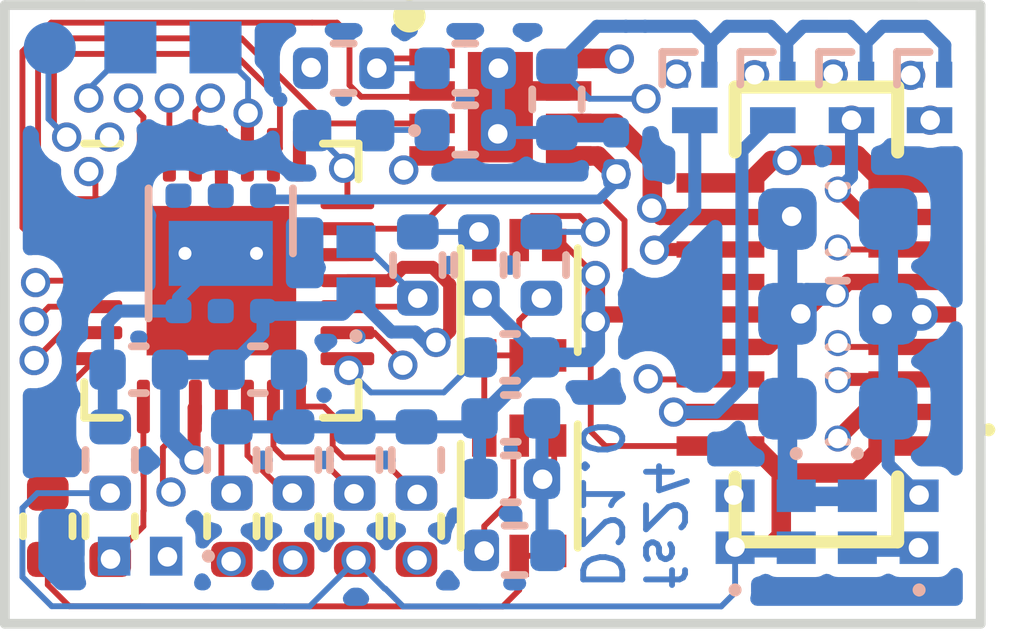
<source format=kicad_pcb>
(kicad_pcb (version 20171130) (host pcbnew "(5.1.12)-1")
  (title_block (title "RTB D21 Next18 Decoder") (date 2024-11-15) (rev 0) (company "Frank Schumacher") (comment 1 "Lok Decoder Next18") (comment 2 D21.0) (comment 4 "Licensed under the Apache License, Version 2"))
  (layers (0 F.Cu signal) (1 In1.Cu signal hide) (2 In2.Cu signal hide) (3 In3.Cu signal hide) (4 In4.Cu signal hide) (31 B.Cu signal) (34 B.Paste user hide) (35 F.Paste user hide) (36 B.SilkS user) (37 F.SilkS user) (38 B.Mask user hide) (39 F.Mask user hide) (44 Edge.Cuts user))
  (net 0 "")
  (net 1 GND)
  (net 2 +3V3)
  (net 3 DCC-b)
  (net 4 DCC-a)
  (net 5 RCM.tx)
  (net 6 UDCC-a)
  (net 7 UDCC-b)
  (net 8 ISENS)
  (net 9 PWM2)
  (net 10 PWM1)
  (net 11 M1)
  (net 12 M2)
  (net 13 uSENS2)
  (net 14 uSENS1)
  (net 15 "Net-(Q1-Pad5)")
  (net 16 VHBR)
  (net 17 "Net-(Q2-Pad5)")
  (net 18 UPDI)
  (net 19 Lr)
  (net 20 Lf)
  (net 21 F0r)
  (net 22 F0f)
  (net 23 Vref)
  (net 24 LED.hbt)
  (net 25 "Net-(IC3-Pad1)")
  (net 26 "Net-(Q1-Pad1)")
  (net 27 "Net-(Q2-Pad2)")
  (net 28 "Net-(D1-Pad1)")
  (net 29 AUX1)
  (net 30 AUX2)
  (net 31 P2)
  (net 32 P1)
  (net 33 aSENSE)
  (net 34 AUX3)
  (net 35 AUX4)
  (net 36 AUX6)
  (net 37 AUX5)
  (net 38 DCC-b')
  (net 39 DCC-a')
  (module RTB:SON50P200X200X80-9N (layer F.Cu) (at 60.12 -47.37)
    (fp_text reference IC3)
    (fp_text value DRV8231ADSGR hide)
    (pad 9 smd rect (at 0 0) (size 1 1.7) (layers F.Cu F.Paste F.Mask) (net 1 GND))
    (pad 8 smd rect (at 1.05 -0.75 90) (size 0.3 0.7) (layers F.Cu F.Paste F.Mask) (net 12 M2))
    (pad 7 smd rect (at 1.05 -0.25 90) (size 0.3 0.7) (layers F.Cu F.Paste F.Mask) (net 1 GND))
    (pad 6 smd rect (at 1.05 0.25 90) (size 0.3 0.7) (layers F.Cu F.Paste F.Mask) (net 11 M1))
    (pad 5 smd rect (at 1.05 0.75 90) (size 0.3 0.7) (layers F.Cu F.Paste F.Mask) (net 16 VHBR))
    (pad 4 smd rect (at -1.05 0.75 90) (size 0.3 0.7) (layers F.Cu F.Paste F.Mask) (net 23 Vref))
    (pad 3 smd rect (at -1.05 0.25 90) (size 0.3 0.7) (layers F.Cu F.Paste F.Mask) (net 10 PWM1))
    (pad 2 smd rect (at -1.05 -0.25 90) (size 0.3 0.7) (layers F.Cu F.Paste F.Mask) (net 9 PWM2))
    (pad 1 smd rect (at -1.05 -0.75 90) (size 0.3 0.7) (layers F.Cu F.Paste F.Mask) (net 25 "Net-(IC3-Pad1)"))
  )
  (module RTB:SM5819L2TP (layer B.Cu) (at 54.58 -40.46 180)
    (fp_text reference D7)
    (fp_text value SM5819L2-TP)
    (pad 2 smd rect (at 0.4 0 180) (size 0.5 0.6) (layers B.Cu B.Paste B.Mask) (net 39 DCC-a'))
    (pad 1 smd rect (at -0.4 0 180) (size 0.5 0.6) (layers B.Cu B.Paste B.Mask) (net 2 +3V3))
  )
  (module RTB:SM5819L2TP (layer B.Cu) (at 57.9 -44.9 90)
    (fp_text reference D6)
    (fp_text value SM5819L2-TP)
    (pad 2 smd rect (at 0.4 0 90) (size 0.5 0.6) (layers B.Cu B.Paste B.Mask) (net 38 DCC-b'))
    (pad 1 smd rect (at -0.4 0 90) (size 0.5 0.6) (layers B.Cu B.Paste B.Mask) (net 2 +3V3))
  )
  (module Package_DFN_QFN:QFN-28-1EP_4x4mm_P0.4mm_EP2.3x2.3mm (layer F.Cu) (at 55.83 -44.7)
    (fp_text reference IC1 hide)
    (fp_text value AVR64DD28-I_STX)
    (pad 29 smd rect (at 0 0) (size 2.3 2.3) (layers F.Cu F.Mask) (net 1 GND))
    (pad 28 smd roundrect (at -1.2 -1.9375) (size 0.2 0.825) (layers F.Cu F.Paste F.Mask) (net 22 F0f))
    (pad 27 smd roundrect (at -0.8 -1.9375) (size 0.2 0.825) (layers F.Cu F.Paste F.Mask) (net 21 F0r))
    (pad 26 smd roundrect (at -0.4 -1.9375) (size 0.2 0.825) (layers F.Cu F.Paste F.Mask) (net 30 AUX2))
    (pad 25 smd roundrect (at 0 -1.9375) (size 0.2 0.825) (layers F.Cu F.Paste F.Mask) (net 1 GND))
    (pad 24 smd roundrect (at 0.4 -1.9375) (size 0.2 0.825) (layers F.Cu F.Paste F.Mask) (net 2 +3V3))
    (pad 23 smd roundrect (at 0.8 -1.9375) (size 0.2 0.825) (layers F.Cu F.Paste F.Mask) (net 18 UPDI))
    (pad 22 smd roundrect (at 1.2 -1.9375) (size 0.2 0.825) (layers F.Cu F.Paste F.Mask))
    (pad 21 smd roundrect (at 1.9375 -1.2) (size 0.825 0.2) (layers F.Cu F.Paste F.Mask) (net 24 LED.hbt))
    (pad 20 smd roundrect (at 1.9375 -0.8) (size 0.825 0.2) (layers F.Cu F.Paste F.Mask) (net 35 AUX4))
    (pad 19 smd roundrect (at 1.9375 -0.4) (size 0.825 0.2) (layers F.Cu F.Paste F.Mask) (net 1 GND))
    (pad 18 smd roundrect (at 1.9375 0) (size 0.825 0.2) (layers F.Cu F.Paste F.Mask) (net 2 +3V3))
    (pad 17 smd roundrect (at 1.9375 0.4) (size 0.825 0.2) (layers F.Cu F.Paste F.Mask) (net 38 DCC-b'))
    (pad 16 smd roundrect (at 1.9375 0.8) (size 0.825 0.2) (layers F.Cu F.Paste F.Mask) (net 23 Vref))
    (pad 15 smd roundrect (at 1.9375 1.2) (size 0.825 0.2) (layers F.Cu F.Paste F.Mask) (net 8 ISENS))
    (pad 14 smd roundrect (at 1.2 1.9375) (size 0.2 0.825) (layers F.Cu F.Paste F.Mask) (net 7 UDCC-b))
    (pad 13 smd roundrect (at 0.8 1.9375) (size 0.2 0.825) (layers F.Cu F.Paste F.Mask) (net 6 UDCC-a))
    (pad 12 smd roundrect (at 0.4 1.9375) (size 0.2 0.825) (layers F.Cu F.Paste F.Mask) (net 14 uSENS1))
    (pad 11 smd roundrect (at 0 1.9375) (size 0.2 0.825) (layers F.Cu F.Paste F.Mask) (net 13 uSENS2))
    (pad 10 smd roundrect (at -0.4 1.9375) (size 0.2 0.825) (layers F.Cu F.Paste F.Mask) (net 2 +3V3))
    (pad 9 smd roundrect (at -0.8 1.9375) (size 0.2 0.825) (layers F.Cu F.Paste F.Mask) (net 33 aSENSE))
    (pad 8 smd roundrect (at -1.2 1.9375) (size 0.2 0.825) (layers F.Cu F.Paste F.Mask) (net 39 DCC-a'))
    (pad 7 smd roundrect (at -1.9375 1.2) (size 0.825 0.2) (layers F.Cu F.Paste F.Mask) (net 5 RCM.tx))
    (pad 6 smd roundrect (at -1.9375 0.8) (size 0.825 0.2) (layers F.Cu F.Paste F.Mask) (net 37 AUX5))
    (pad 5 smd roundrect (at -1.9375 0.4) (size 0.825 0.2) (layers F.Cu F.Paste F.Mask) (net 34 AUX3))
    (pad 4 smd roundrect (at -1.9375 0) (size 0.825 0.2) (layers F.Cu F.Paste F.Mask) (net 36 AUX6))
    (pad 3 smd roundrect (at -1.9375 -0.4) (size 0.825 0.2) (layers F.Cu F.Paste F.Mask) (net 9 PWM2))
    (pad 2 smd roundrect (at -1.9375 -0.8) (size 0.825 0.2) (layers F.Cu F.Paste F.Mask) (net 10 PWM1))
    (pad 1 smd roundrect (at -1.9375 -1.2) (size 0.825 0.2) (layers F.Cu F.Paste F.Mask) (net 29 AUX1))
  )
  (module Capacitor_SMD:C_0201_0603Metric (layer B.Cu) (at 61.9 -46.66 90)
    (fp_text reference C10)
    (fp_text value 100n)
    (pad 2 smd roundrect (at 0.32 0 90) (size 0.46 0.4) (layers B.Cu B.Mask) (net 1 GND))
    (pad 1 smd roundrect (at -0.32 0 90) (size 0.46 0.4) (layers B.Cu B.Mask) (net 16 VHBR))
  )
  (module RTB:DummyNet-Connector (layer B.Cu) (at 55.74 -48.29)
    (fp_text reference J1 hide)
    (fp_text value Conn_01x01 hide)
    (pad 1 smd rect (at 0 0) (size 0.8 0.8) (layers B.Cu B.Mask) (net 2 +3V3))
  )
  (module RTB:AXK6F16347YG (layer F.Cu) (at 64.98 -44.18 90)
    (fp_text reference J10)
    (fp_text value Conn_02x09_Counter_Clockwise)
    (pad 11 smd rect (at 1.5 -1.475 90) (size 0.25 1.35) (layers F.Cu F.Paste F.Mask) (net 11 M1))
    (pad 8 smd rect (at 1.5 1.475 90) (size 0.25 1.35) (layers F.Cu F.Paste F.Mask) (net 20 Lf))
    (pad 10 smd rect (at 2.025 -1.475 90) (size 0.3 1.35) (layers F.Cu F.Paste F.Mask) (net 3 DCC-b))
    (pad 9 smd rect (at 2.025 1.475 90) (size 0.3 1.35) (layers F.Cu F.Paste F.Mask) (net 3 DCC-b))
    (pad 12 smd rect (at 1 -1.475 90) (size 0.25 1.35) (layers F.Cu F.Paste F.Mask) (net 31 P2))
    (pad 7 smd rect (at 1 1.475 90) (size 0.25 1.35) (layers F.Cu F.Paste F.Mask) (net 36 AUX6))
    (pad 13 smd rect (at 0.5 -1.475 90) (size 0.25 1.35) (layers F.Cu F.Paste F.Mask) (net 35 AUX4))
    (pad 6 smd rect (at 0.5 1.475 90) (size 0.25 1.35) (layers F.Cu F.Paste F.Mask) (net 16 VHBR))
    (pad 14 smd rect (at 0 -1.475 90) (size 0.25 1.35) (layers F.Cu F.Paste F.Mask) (net 1 GND))
    (pad 5 smd rect (at 0 1.475 90) (size 0.25 1.35) (layers F.Cu F.Paste F.Mask) (net 1 GND))
    (pad 15 smd rect (at -0.5 -1.475 90) (size 0.25 1.35) (layers F.Cu F.Paste F.Mask) (net 16 VHBR))
    (pad 4 smd rect (at -0.5 1.475 90) (size 0.25 1.35) (layers F.Cu F.Paste F.Mask) (net 34 AUX3))
    (pad 16 smd rect (at -1 -1.475 90) (size 0.25 1.35) (layers F.Cu F.Paste F.Mask) (net 37 AUX5))
    (pad 3 smd rect (at -1 1.475 90) (size 0.25 1.35) (layers F.Cu F.Paste F.Mask) (net 32 P1))
    (pad 17 smd rect (at -1.5 -1.475 90) (size 0.25 1.35) (layers F.Cu F.Paste F.Mask) (net 19 Lr))
    (pad 2 smd rect (at -1.5 1.475 90) (size 0.25 1.35) (layers F.Cu F.Paste F.Mask) (net 12 M2))
    (pad 18 smd rect (at -2.025 -1.475 90) (size 0.3 1.35) (layers F.Cu F.Paste F.Mask) (net 4 DCC-a))
    (pad 1 smd rect (at -2.025 1.475 90) (size 0.3 1.35) (layers F.Cu F.Paste F.Mask) (net 4 DCC-a))
  )
  (module Capacitor_SMD:C_0603_1608Metric (layer B.Cu) (at 65.31 -42.73)
    (fp_text reference C7 hide)
    (fp_text value 22u/25V)
    (pad 2 smd roundrect (at 0.775 0) (size 0.9 0.95) (layers B.Cu B.Paste B.Mask) (net 1 GND))
    (pad 1 smd roundrect (at -0.775 0) (size 0.9 0.95) (layers B.Cu B.Paste B.Mask) (net 16 VHBR))
  )
  (module RTB:SM5819L2TP (layer B.Cu) (at 65.61 -40.99 270)
    (fp_text reference D3)
    (fp_text value SM5819L2-TP)
    (pad 2 smd rect (at 0.4 0 270) (size 0.5 0.6) (layers B.Cu B.Paste B.Mask) (net 3 DCC-b))
    (pad 1 smd rect (at -0.4 0 270) (size 0.5 0.6) (layers B.Cu B.Paste B.Mask) (net 16 VHBR))
  )
  (module RTB:SM5819L2TP (layer B.Cu) (at 64.67 -40.99 270)
    (fp_text reference D4)
    (fp_text value SM5819L2-TP)
    (pad 2 smd rect (at 0.4 0 270) (size 0.5 0.6) (layers B.Cu B.Paste B.Mask) (net 4 DCC-a))
    (pad 1 smd rect (at -0.4 0 270) (size 0.5 0.6) (layers B.Cu B.Paste B.Mask) (net 16 VHBR))
  )
  (module RTB:SM5819L2TP (layer B.Cu) (at 63.73 -40.99 90)
    (fp_text reference D5)
    (fp_text value SM5819L2-TP)
    (pad 2 smd rect (at 0.4 0 90) (size 0.5 0.6) (layers B.Cu B.Paste B.Mask) (net 1 GND))
    (pad 1 smd rect (at -0.4 0 90) (size 0.5 0.6) (layers B.Cu B.Paste B.Mask) (net 4 DCC-a))
  )
  (module RTB:SM5819L2TP (layer B.Cu) (at 66.56 -40.99 90)
    (fp_text reference D2)
    (fp_text value SM5819L2-TP)
    (pad 2 smd rect (at 0.4 0 90) (size 0.5 0.6) (layers B.Cu B.Paste B.Mask) (net 1 GND))
    (pad 1 smd rect (at -0.4 0 90) (size 0.5 0.6) (layers B.Cu B.Paste B.Mask) (net 3 DCC-b))
  )
  (module Capacitor_SMD:C_0603_1608Metric (layer B.Cu) (at 65.31 -44.19)
    (fp_text reference C4 hide)
    (fp_text value 22u/25V)
    (pad 2 smd roundrect (at 0.775 0) (size 0.9 0.95) (layers B.Cu B.Paste B.Mask) (net 1 GND))
    (pad 1 smd roundrect (at -0.775 0) (size 0.9 0.95) (layers B.Cu B.Paste B.Mask) (net 16 VHBR))
  )
  (module Resistor_SMD:R_0402_1005Metric (layer B.Cu) (at 59.58 -47.02)
    (fp_text reference R3 hide)
    (fp_text value 3.3k)
    (pad 2 smd roundrect (at 0.51 0) (size 0.54 0.64) (layers B.Cu B.Paste B.Mask) (net 1 GND))
    (pad 1 smd roundrect (at -0.51 0) (size 0.54 0.64) (layers B.Cu B.Paste B.Mask) (net 28 "Net-(D1-Pad1)"))
  )
  (module Capacitor_SMD:C_0402_1005Metric (layer B.Cu) (at 54.56 -43.33 180)
    (fp_text reference C9 hide)
    (fp_text value 22u/6V)
    (pad 2 smd roundrect (at 0.48 0 180) (size 0.56 0.62) (layers B.Cu B.Paste B.Mask) (net 1 GND))
    (pad 1 smd roundrect (at -0.48 0 180) (size 0.56 0.62) (layers B.Cu B.Paste B.Mask) (net 2 +3V3))
  )
  (module Capacitor_SMD:C_0402_1005Metric (layer B.Cu) (at 56.39 -43.33)
    (fp_text reference C8 hide)
    (fp_text value 22u/6V)
    (pad 1 smd roundrect (at -0.48 0) (size 0.56 0.62) (layers B.Cu B.Paste B.Mask) (net 2 +3V3))
    (pad 2 smd roundrect (at 0.48 0) (size 0.56 0.62) (layers B.Cu B.Paste B.Mask) (net 1 GND))
  )
  (module Capacitor_SMD:C_0402_1005Metric (layer B.Cu) (at 60.28 -42.58 180)
    (fp_text reference C5 hide)
    (fp_text value 22u/6V)
    (pad 2 smd roundrect (at 0.48 0 180) (size 0.56 0.62) (layers B.Cu B.Paste B.Mask) (net 1 GND))
    (pad 1 smd roundrect (at -0.48 0 180) (size 0.56 0.62) (layers B.Cu B.Paste B.Mask) (net 2 +3V3))
  )
  (module Capacitor_SMD:C_0402_1005Metric (layer B.Cu) (at 60.28 -41.65 180)
    (fp_text reference C1 hide)
    (fp_text value 22u/6V)
    (pad 2 smd roundrect (at 0.48 0 180) (size 0.56 0.62) (layers B.Cu B.Paste B.Mask) (net 1 GND))
    (pad 1 smd roundrect (at -0.48 0 180) (size 0.56 0.62) (layers B.Cu B.Paste B.Mask) (net 2 +3V3))
  )
  (module RTB:DummyNet-Connector (layer B.Cu) (at 54.43 -48.29)
    (fp_text reference J3 hide)
    (fp_text value Conn_01x01 hide)
    (pad 1 smd rect (at 0 0) (size 0.8 0.8) (layers B.Cu B.Mask) (net 1 GND))
  )
  (module Resistor_SMD:R_0402_1005Metric (layer B.Cu) (at 60.99 -47.49 90)
    (fp_text reference R19 hide)
    (fp_text value 1)
    (pad 2 smd roundrect (at 0.51 0 90) (size 0.54 0.64) (layers B.Cu B.Paste B.Mask) (net 33 aSENSE))
    (pad 1 smd roundrect (at -0.51 0 90) (size 0.54 0.64) (layers B.Cu B.Paste B.Mask) (net 1 GND))
  )
  (module Package_DFN_QFN:Diodes_DFN1006-3 (layer B.Cu) (at 66.72 -47.52 270)
    (fp_text reference Q6 hide)
    (fp_text value PMZB200UNEYL)
    (pad 1 smd rect (at -0.35 0.225) (size 0.25 0.4) (layers B.Cu B.Paste B.Mask) (net 29 AUX1))
    (pad 2 smd rect (at -0.35 -0.225) (size 0.25 0.4) (layers B.Cu B.Paste B.Mask) (net 33 aSENSE))
    (pad 3 smd rect (at 0.35 0) (size 0.7 0.4) (layers B.Cu B.Paste B.Mask) (net 32 P1))
  )
  (module Package_DFN_QFN:Diodes_DFN1006-3 (layer B.Cu) (at 63.11 -47.52 270)
    (fp_text reference Q4 hide)
    (fp_text value PMZB200UNEYL)
    (pad 1 smd rect (at -0.35 0.225) (size 0.25 0.4) (layers B.Cu B.Paste B.Mask) (net 30 AUX2))
    (pad 2 smd rect (at -0.35 -0.225) (size 0.25 0.4) (layers B.Cu B.Paste B.Mask) (net 33 aSENSE))
    (pad 3 smd rect (at 0.35 0) (size 0.7 0.4) (layers B.Cu B.Paste B.Mask) (net 31 P2))
  )
  (module Package_TO_SOT_SMD:SOT-666 (layer F.Cu) (at 60.41 -41.39 270)
    (fp_text reference Q2 hide)
    (fp_text value BC857BDW1 hide)
    (pad 1 smd rect (at -0.85 -0.5375 270) (size 0.5 0.375) (layers F.Cu F.Paste F.Mask) (net 2 +3V3))
    (pad 3 smd rect (at -0.85 0.5375 270) (size 0.5 0.375) (layers F.Cu F.Paste F.Mask) (net 26 "Net-(Q1-Pad1)"))
    (pad 5 smd rect (at 0.925 0 270) (size 0.65 0.3) (layers F.Cu F.Paste F.Mask) (net 17 "Net-(Q2-Pad5)"))
    (pad 2 smd rect (at -0.925 0 270) (size 0.65 0.3) (layers F.Cu F.Paste F.Mask) (net 27 "Net-(Q2-Pad2)"))
    (pad 4 smd rect (at 0.85 0.5375 270) (size 0.5 0.375) (layers F.Cu F.Paste F.Mask) (net 27 "Net-(Q2-Pad2)"))
    (pad 6 smd rect (at 0.85 -0.5375 270) (size 0.5 0.375) (layers F.Cu F.Paste F.Mask) (net 17 "Net-(Q2-Pad5)"))
  )
  (module RTB:DummyNet-Connector (layer B.Cu) (at 53.19 -48.28)
    (fp_text reference J2 hide)
    (fp_text value Conn_01x01 hide)
    (pad 1 smd oval (at 0 0) (size 0.8 0.8) (layers B.Cu B.Mask) (net 18 UPDI))
  )
  (module LED_SMD:LED_0402_1005Metric (layer B.Cu) (at 57.71 -47.01 180)
    (fp_text reference D1 hide)
    (fp_text value LED)
    (pad 2 smd roundrect (at 0.485 0 180) (size 0.59 0.64) (layers B.Cu B.Paste B.Mask) (net 24 LED.hbt))
    (pad 1 smd roundrect (at -0.485 0 180) (size 0.59 0.64) (layers B.Cu B.Paste B.Mask) (net 28 "Net-(D1-Pad1)"))
  )
  (module Package_DFN_QFN:Diodes_DFN1006-3 (layer B.Cu) (at 65.52 -47.52 270)
    (fp_text reference Q3 hide)
    (fp_text value PMZB200UNEYL)
    (pad 1 smd rect (at -0.35 0.225) (size 0.25 0.4) (layers B.Cu B.Paste B.Mask) (net 22 F0f))
    (pad 2 smd rect (at -0.35 -0.225) (size 0.25 0.4) (layers B.Cu B.Paste B.Mask) (net 33 aSENSE))
    (pad 3 smd rect (at 0.35 0) (size 0.7 0.4) (layers B.Cu B.Paste B.Mask) (net 20 Lf))
  )
  (module Package_DFN_QFN:Diodes_DFN1006-3 (layer B.Cu) (at 64.31 -47.52 270)
    (fp_text reference Q5 hide)
    (fp_text value PMZB200UNEYL)
    (pad 1 smd rect (at -0.35 0.225) (size 0.25 0.4) (layers B.Cu B.Paste B.Mask) (net 21 F0r))
    (pad 2 smd rect (at -0.35 -0.225) (size 0.25 0.4) (layers B.Cu B.Paste B.Mask) (net 33 aSENSE))
    (pad 3 smd rect (at 0.35 0) (size 0.7 0.4) (layers B.Cu B.Paste B.Mask) (net 19 Lr))
  )
  (module Capacitor_SMD:C_0603_1608Metric (layer B.Cu) (at 65.31 -45.65)
    (fp_text reference C2 hide)
    (fp_text value 22u/25V)
    (pad 2 smd roundrect (at 0.775 0) (size 0.9 0.95) (layers B.Cu B.Paste B.Mask) (net 1 GND))
    (pad 1 smd roundrect (at -0.775 0) (size 0.9 0.95) (layers B.Cu B.Paste B.Mask) (net 16 VHBR))
  )
  (module Resistor_SMD:R_0402_1005Metric (layer B.Cu) (at 60.34 -40.55 180)
    (fp_text reference R4 hide)
    (fp_text value 22)
    (pad 2 smd roundrect (at 0.51 0 180) (size 0.54 0.64) (layers B.Cu B.Paste B.Mask) (net 27 "Net-(Q2-Pad2)"))
    (pad 1 smd roundrect (at -0.51 0 180) (size 0.54 0.64) (layers B.Cu B.Paste B.Mask) (net 2 +3V3))
  )
  (module Resistor_SMD:R_0402_1005Metric (layer B.Cu) (at 60.75 -44.94 270)
    (fp_text reference R5 hide)
    (fp_text value 10k)
    (pad 2 smd roundrect (at 0.51 0 270) (size 0.54 0.64) (layers B.Cu B.Paste B.Mask) (net 26 "Net-(Q1-Pad1)"))
    (pad 1 smd roundrect (at -0.51 0 270) (size 0.54 0.64) (layers B.Cu B.Paste B.Mask) (net 15 "Net-(Q1-Pad5)"))
  )
  (module Capacitor_SMD:C_0402_1005Metric (layer B.Cu) (at 60.27 -43.52)
    (fp_text reference C6 hide)
    (fp_text value 1u hide)
    (pad 2 smd roundrect (at 0.48 0) (size 0.56 0.62) (layers B.Cu B.Paste B.Mask) (net 1 GND))
    (pad 1 smd roundrect (at -0.48 0) (size 0.56 0.62) (layers B.Cu B.Paste B.Mask) (net 8 ISENS))
  )
  (module Resistor_SMD:R_0402_1005Metric (layer B.Cu) (at 58.83 -41.94 90)
    (fp_text reference R10 hide)
    (fp_text value 9.1k)
    (pad 2 smd roundrect (at 0.51 0 90) (size 0.54 0.64) (layers B.Cu B.Paste B.Mask) (net 1 GND))
    (pad 1 smd roundrect (at -0.51 0 90) (size 0.54 0.64) (layers B.Cu B.Paste B.Mask) (net 7 UDCC-b))
  )
  (module Resistor_SMD:R_0402_1005Metric (layer B.Cu) (at 57.88 -41.94 90)
    (fp_text reference R9 hide)
    (fp_text value 9.1k)
    (pad 2 smd roundrect (at 0.51 0 90) (size 0.54 0.64) (layers B.Cu B.Paste B.Mask) (net 1 GND))
    (pad 1 smd roundrect (at -0.51 0 90) (size 0.54 0.64) (layers B.Cu B.Paste B.Mask) (net 6 UDCC-a))
  )
  (module Resistor_SMD:R_0402_1005Metric (layer B.Cu) (at 55.99 -41.94 270)
    (fp_text reference R16 hide)
    (fp_text value 10k)
    (pad 2 smd roundrect (at 0.51 0 270) (size 0.54 0.64) (layers B.Cu B.Paste B.Mask) (net 13 uSENS2))
    (pad 1 smd roundrect (at -0.51 0 270) (size 0.54 0.64) (layers B.Cu B.Paste B.Mask) (net 1 GND))
  )
  (module Resistor_SMD:R_0402_1005Metric (layer B.Cu) (at 56.94 -41.94 270)
    (fp_text reference R18 hide)
    (fp_text value 10k)
    (pad 2 smd roundrect (at 0.51 0 270) (size 0.54 0.64) (layers B.Cu B.Paste B.Mask) (net 14 uSENS1))
    (pad 1 smd roundrect (at -0.51 0 270) (size 0.54 0.64) (layers B.Cu B.Paste B.Mask) (net 1 GND))
  )
  (module Resistor_SMD:R_0402_1005Metric (layer B.Cu) (at 59.79 -44.94 90)
    (fp_text reference R12 hide)
    (fp_text value 10k)
    (pad 2 smd roundrect (at 0.51 0 90) (size 0.54 0.64) (layers B.Cu B.Paste B.Mask) (net 3 DCC-b))
    (pad 1 smd roundrect (at -0.51 0 90) (size 0.54 0.64) (layers B.Cu B.Paste B.Mask) (net 1 GND))
  )
  (module Resistor_SMD:R_0402_1005Metric (layer B.Cu) (at 54.12 -41.94 270)
    (fp_text reference R11 hide)
    (fp_text value 10k)
    (pad 2 smd roundrect (at 0.51 0 270) (size 0.54 0.64) (layers B.Cu B.Paste B.Mask) (net 4 DCC-a))
    (pad 1 smd roundrect (at -0.51 0 270) (size 0.54 0.64) (layers B.Cu B.Paste B.Mask) (net 1 GND))
  )
  (module Resistor_SMD:R_0402_1005Metric (layer F.Cu) (at 54.12 -40.92 270)
    (fp_text reference R1 hide)
    (fp_text value 33k)
    (pad 2 smd roundrect (at 0.51 0 270) (size 0.54 0.64) (layers F.Cu F.Paste F.Mask) (net 39 DCC-a'))
    (pad 1 smd roundrect (at -0.51 0 270) (size 0.54 0.64) (layers F.Cu F.Paste F.Mask) (net 4 DCC-a))
  )
  (module Resistor_SMD:R_0402_1005Metric (layer B.Cu) (at 58.85 -44.94 270)
    (fp_text reference R2 hide)
    (fp_text value 33k)
    (pad 2 smd roundrect (at 0.51 0 270) (size 0.54 0.64) (layers B.Cu B.Paste B.Mask) (net 38 DCC-b'))
    (pad 1 smd roundrect (at -0.51 0 270) (size 0.54 0.64) (layers B.Cu B.Paste B.Mask) (net 3 DCC-b))
  )
  (module Resistor_SMD:R_0402_1005Metric (layer F.Cu) (at 56.94 -40.92 270)
    (fp_text reference R17 hide)
    (fp_text value 33k)
    (pad 2 smd roundrect (at 0.51 0 270) (size 0.54 0.64) (layers F.Cu F.Paste F.Mask) (net 11 M1))
    (pad 1 smd roundrect (at -0.51 0 270) (size 0.54 0.64) (layers F.Cu F.Paste F.Mask) (net 14 uSENS1))
  )
  (module Resistor_SMD:R_0402_1005Metric (layer F.Cu) (at 55.99 -40.92 270)
    (fp_text reference R15 hide)
    (fp_text value 33k)
    (pad 2 smd roundrect (at 0.51 0 270) (size 0.54 0.64) (layers F.Cu F.Paste F.Mask) (net 12 M2))
    (pad 1 smd roundrect (at -0.51 0 270) (size 0.54 0.64) (layers F.Cu F.Paste F.Mask) (net 13 uSENS2))
  )
  (module Resistor_SMD:R_0402_1005Metric (layer F.Cu) (at 57.88 -40.92 90)
    (fp_text reference R7 hide)
    (fp_text value 220k)
    (pad 2 smd roundrect (at 0.51 0 90) (size 0.54 0.64) (layers F.Cu F.Paste F.Mask) (net 6 UDCC-a))
    (pad 1 smd roundrect (at -0.51 0 90) (size 0.54 0.64) (layers F.Cu F.Paste F.Mask) (net 4 DCC-a))
  )
  (module Resistor_SMD:R_0402_1005Metric (layer F.Cu) (at 58.83 -40.92 90)
    (fp_text reference R8 hide)
    (fp_text value 220k)
    (pad 2 smd roundrect (at 0.51 0 90) (size 0.54 0.64) (layers F.Cu F.Paste F.Mask) (net 7 UDCC-b))
    (pad 1 smd roundrect (at -0.51 0 90) (size 0.54 0.64) (layers F.Cu F.Paste F.Mask) (net 3 DCC-b))
  )
  (module Resistor_SMD:R_0402_1005Metric (layer F.Cu) (at 53.16 -40.92 270)
    (fp_text reference R6 hide)
    (fp_text value 10k)
    (pad 2 smd roundrect (at 0.51 0 270) (size 0.54 0.64) (layers F.Cu F.Paste F.Mask) (net 17 "Net-(Q2-Pad5)"))
    (pad 1 smd roundrect (at -0.51 0 270) (size 0.54 0.64) (layers F.Cu F.Paste F.Mask) (net 5 RCM.tx))
  )
  (module Resistor_SMD:R_0402_1005Metric (layer B.Cu) (at 57.71 -47.97 180)
    (fp_text reference R14 hide)
    (fp_text value 220k)
    (pad 2 smd roundrect (at 0.51 0 180) (size 0.54 0.64) (layers B.Cu B.Paste B.Mask) (net 8 ISENS))
    (pad 1 smd roundrect (at -0.51 0 180) (size 0.54 0.64) (layers B.Cu B.Paste B.Mask) (net 25 "Net-(IC3-Pad1)"))
  )
  (module Resistor_SMD:R_0402_1005Metric (layer B.Cu) (at 59.58 -47.97 180)
    (fp_text reference R13 hide)
    (fp_text value 3.3k)
    (pad 2 smd roundrect (at 0.51 0 180) (size 0.54 0.64) (layers B.Cu B.Paste B.Mask) (net 25 "Net-(IC3-Pad1)"))
    (pad 1 smd roundrect (at -0.51 0 180) (size 0.54 0.64) (layers B.Cu B.Paste B.Mask) (net 1 GND))
  )
  (module Package_SON:WSON-6-1EP_2x2mm_P0.65mm_EP1x1.6mm_ThermalVias (layer B.Cu) (at 55.82 -45.12 90)
    (fp_text reference IC2 hide)
    (fp_text value NCP730BM)
    (pad 1 smd roundrect (at -0.8875 0.65 90) (size 0.375 0.4) (layers B.Cu B.Paste B.Mask) (net 2 +3V3))
    (pad 2 smd roundrect (at -0.8875 0 90) (size 0.375 0.4) (layers B.Cu B.Paste B.Mask))
    (pad 3 smd roundrect (at -0.8875 -0.65 90) (size 0.375 0.4) (layers B.Cu B.Paste B.Mask) (net 1 GND))
    (pad 4 smd roundrect (at 0.8875 -0.65 90) (size 0.375 0.4) (layers B.Cu B.Paste B.Mask))
    (pad 5 smd roundrect (at 0.8875 0 90) (size 0.375 0.4) (layers B.Cu B.Paste B.Mask))
    (pad 6 smd roundrect (at 0.8875 0.65 90) (size 0.375 0.4) (layers B.Cu B.Paste B.Mask) (net 16 VHBR))
    (pad 7 smd rect (at 0 0 90) (size 1 1.6) (layers B.Cu B.Mask) (net 1 GND))
    (pad 7 thru_hole circle (at 0 0.55 90) (size 0.5 0.5) (drill 0.2) (layers *.Cu) (net 1 GND))
    (pad 7 thru_hole circle (at 0 -0.55 90) (size 0.5 0.5) (drill 0.2) (layers *.Cu) (net 1 GND))
    (pad 7 smd rect (at 0 0 90) (size 0.5 1.6) (layers F.Cu) (net 1 GND))
  )
  (module Package_TO_SOT_SMD:SOT-666 (layer F.Cu) (at 60.41 -44.4 90)
    (fp_text reference Q1 hide)
    (fp_text value BC847BDW1 hide)
    (pad 1 smd rect (at -0.85 -0.5375 90) (size 0.5 0.375) (layers F.Cu F.Paste F.Mask) (net 26 "Net-(Q1-Pad1)"))
    (pad 3 smd rect (at -0.85 0.5375 90) (size 0.5 0.375) (layers F.Cu F.Paste F.Mask) (net 4 DCC-a))
    (pad 5 smd rect (at 0.925 0 90) (size 0.65 0.3) (layers F.Cu F.Paste F.Mask) (net 15 "Net-(Q1-Pad5)"))
    (pad 2 smd rect (at -0.925 0 90) (size 0.65 0.3) (layers F.Cu F.Paste F.Mask) (net 26 "Net-(Q1-Pad1)"))
    (pad 4 smd rect (at 0.85 0.5375 90) (size 0.5 0.375) (layers F.Cu F.Paste F.Mask) (net 1 GND))
    (pad 6 smd rect (at 0.85 -0.5375 90) (size 0.5 0.375) (layers F.Cu F.Paste F.Mask) (net 3 DCC-b))
  )
  (gr_text "fs24\nD21.0" (at 62.15 -39.9 -90) (layer B.Cu) (effects (font (size 0.6 0.6) (thickness 0.09)) (justify left mirror)))
  (gr_line (start 52.5 -39.42) (end 52.50028 -48.9418) (layer Edge.Cuts) (width 0.15))
  (gr_line (start 67.50464 -48.94) (end 67.507 -39.42) (layer Edge.Cuts) (width 0.15))
  (gr_line (start 52.50028 -48.9418) (end 67.50464 -48.94) (layer Edge.Cuts) (width 0.15))
  (gr_line (start 67.507 -39.42) (end 52.5 -39.42) (layer Edge.Cuts) (width 0.15))
  (via (at 63.71 -41.4) (size 0.45) (drill 0.3) (layers F.Cu B.Cu) (net 1))
  (segment (start 59.8 -41.65) (end 59.8 -42.58) (width 0.2) (layer B.Cu) (net 1))
  (segment (start 59.815 -42.595) (end 59.8 -42.58) (width 0.2) (layer B.Cu) (net 1))
  (segment (start 56.88 -42.41) (end 56.94 -42.35) (width 0.2) (layer B.Cu) (net 1))
  (segment (start 56.88 -43.24) (end 56.88 -42.41) (width 0.2) (layer B.Cu) (net 1))
  (segment (start 55.17 -44.43) (end 55.82 -45.08) (width 0.2) (layer B.Cu) (net 1))
  (segment (start 55.17 -44.1925) (end 55.17 -44.43) (width 0.2) (layer B.Cu) (net 1))
  (segment (start 60.09 -47.02) (end 60.09 -47.02) (width 0.2) (layer B.Cu) (net 1))
  (segment (start 56.23 -45.1) (end 55.83 -44.7) (width 0.2) (layer F.Cu) (net 1))
  (segment (start 57.7675 -45.1) (end 56.23 -45.1) (width 0.2) (layer F.Cu) (net 1))
  (segment (start 55.83 -46.6375) (end 55.83 -44.7) (width 0.2) (layer F.Cu) (net 1))
  (segment (start 59.81 -42.58) (end 60.75 -43.52) (width 0.25) (layer B.Cu) (net 1))
  (segment (start 59.8 -42.58) (end 59.81 -42.58) (width 0.2) (layer B.Cu) (net 1))
  (segment (start 59.84 -44.43) (end 59.84 -44.43) (width 0.2) (layer B.Cu) (net 1))
  (segment (start 59.79 -44.43) (end 59.84 -44.43) (width 0.2) (layer B.Cu) (net 1))
  (segment (start 60.09 -47.97) (end 60.09 -47.97) (width 0.2) (layer B.Cu) (net 1))
  (via (at 60.09 -47.97) (size 0.45) (drill 0.3) (layers F.Cu B.Cu) (net 1))
  (segment (start 60.53 -47.62) (end 60.12 -47.21) (width 0.2) (layer F.Cu) (net 1))
  (segment (start 61.17 -47.62) (end 60.53 -47.62) (width 0.3) (layer F.Cu) (net 1))
  (segment (start 66.56 -41.4) (end 66.56 -41.4) (width 0.2) (layer B.Cu) (net 1))
  (via (at 66.56 -41.4) (size 0.45) (drill 0.3) (layers F.Cu B.Cu) (net 1))
  (segment (start 55.98 -42.45) (end 56.92 -42.45) (width 0.2) (layer B.Cu) (net 1))
  (segment (start 56.92 -42.45) (end 57.88 -42.45) (width 0.2) (layer B.Cu) (net 1))
  (segment (start 57.88 -42.45) (end 58.83 -42.45) (width 0.2) (layer B.Cu) (net 1))
  (segment (start 54.08 -42.49) (end 54.12 -42.45) (width 0.2) (layer B.Cu) (net 1))
  (segment (start 54.08 -43.33) (end 54.08 -42.49) (width 0.3) (layer B.Cu) (net 1))
  (segment (start 60.09 -47.97) (end 60.09 -47.227843) (width 0.2) (layer B.Cu) (net 1))
  (via (at 60.08 -46.96) (size 0.45) (drill 0.3) (layers F.Cu B.Cu) (net 1))
  (segment (start 59.67 -42.45) (end 59.8 -42.58) (width 0.2) (layer B.Cu) (net 1))
  (segment (start 58.83 -42.45) (end 59.67 -42.45) (width 0.2) (layer B.Cu) (net 1))
  (segment (start 54.08 -43.33) (end 54.08 -44.06) (width 0.2) (layer B.Cu) (net 1))
  (segment (start 54.2525 -44.2325) (end 55.17 -44.2325) (width 0.2) (layer B.Cu) (net 1))
  (segment (start 54.08 -44.06) (end 54.2525 -44.2325) (width 0.2) (layer B.Cu) (net 1))
  (segment (start 59.84 -44.43) (end 60.75 -43.52) (width 0.2) (layer B.Cu) (net 1))
  (via (at 59.84 -44.43) (size 0.45) (drill 0.3) (layers F.Cu B.Cu) (net 1))
  (segment (start 60.99 -46.98) (end 60.97 -46.96) (width 0.2) (layer B.Cu) (net 1))
  (segment (start 60.13 -46.98) (end 60.09 -47.02) (width 0.2) (layer B.Cu) (net 1))
  (segment (start 60.99 -46.98) (end 60.13 -46.98) (width 0.2) (layer B.Cu) (net 1))
  (segment (start 58.83 -42.45) (end 58.83 -42.45) (width 0.2) (layer B.Cu) (net 1))
  (via (at 61.58 -44.78) (size 0.45) (drill 0.3) (layers F.Cu B.Cu) (net 1))
  (segment (start 66.085 -45.65) (end 66.085 -44.19) (width 0.3) (layer B.Cu) (net 1))
  (segment (start 66.085 -41.875) (end 66.56 -41.4) (width 0.2) (layer B.Cu) (net 1))
  (segment (start 66.085 -42.73) (end 66.085 -41.875) (width 0.2) (layer B.Cu) (net 1))
  (via (at 66.6 -44.18) (size 0.4) (drill 0.3) (layers F.Cu B.Cu) (net 1))
  (segment (start 66.085 -42.73) (end 66.085 -44.19) (width 0.3) (layer B.Cu) (net 1))
  (via (at 65.99 -44.18) (size 0.4) (drill 0.3) (layers F.Cu B.Cu) (net 1))
  (segment (start 65.99 -44.18) (end 66.6 -44.18) (width 0.5) (layer B.Cu) (net 1))
  (segment (start 63.505 -44.18) (end 62.4 -44.18) (width 0.25) (layer F.Cu) (net 1))
  (segment (start 60.99 -46.98) (end 61.9 -46.98) (width 0.3) (layer B.Cu) (net 1))
  (segment (start 60.75 -43.52) (end 61.48 -43.52) (width 0.3) (layer B.Cu) (net 1))
  (segment (start 61.48 -43.52) (end 61.58 -43.62) (width 0.3) (layer B.Cu) (net 1))
  (segment (start 61.11 -45.25) (end 61.58 -44.78) (width 0.09) (layer F.Cu) (net 1))
  (segment (start 60.9475 -45.25) (end 61.11 -45.25) (width 0.09) (layer F.Cu) (net 1))
  (via (at 61.58 -44.07) (size 0.45) (drill 0.3) (layers F.Cu B.Cu) (net 1))
  (segment (start 61.58 -44.78) (end 61.58 -44.07) (width 0.3) (layer F.Cu) (net 1))
  (segment (start 61.58 -44.07) (end 61.58 -44.430001) (width 0.3) (layer B.Cu) (net 1))
  (segment (start 61.58 -43.62) (end 61.58 -44.07) (width 0.3) (layer B.Cu) (net 1))
  (segment (start 61.69 -44.18) (end 61.58 -44.07) (width 0.2) (layer F.Cu) (net 1))
  (segment (start 62.4 -44.18) (end 61.69 -44.18) (width 0.25) (layer F.Cu) (net 1))
  (via (at 53.790004 -47.51) (size 0.45) (drill 0.3) (layers F.Cu B.Cu) (net 1))
  (segment (start 54.43 -48.29) (end 53.790004 -47.650004) (width 0.09) (layer B.Cu) (net 1))
  (segment (start 53.790004 -47.650004) (end 53.790004 -47.51) (width 0.09) (layer B.Cu) (net 1))
  (via (at 55 -40.45) (size 0.45) (drill 0.3) (layers F.Cu B.Cu) (net 2))
  (segment (start 55.17 -43.358) (end 55.05 -43.238) (width 0.2) (layer B.Cu) (net 2))
  (segment (start 60.76 -42.58) (end 60.76 -41.65) (width 0.2) (layer B.Cu) (net 2))
  (segment (start 60.76 -40.64) (end 60.85 -40.55) (width 0.2) (layer B.Cu) (net 2))
  (segment (start 60.76 -41.65) (end 60.76 -40.64) (width 0.2) (layer B.Cu) (net 2))
  (via (at 60.770148 -41.643911) (size 0.45) (drill 0.3) (layers F.Cu B.Cu) (net 2))
  (segment (start 60.9475 -41.821263) (end 60.770148 -41.643911) (width 0.09) (layer F.Cu) (net 2))
  (segment (start 60.9475 -42.24) (end 60.9475 -41.821263) (width 0.09) (layer F.Cu) (net 2))
  (segment (start 55.43 -42.7625) (end 55.43 -42.51) (width 0.2) (layer F.Cu) (net 2))
  (segment (start 55.04 -43.33) (end 55.91 -43.33) (width 0.3) (layer B.Cu) (net 2))
  (via (at 55.41 -41.94) (size 0.45) (drill 0.3) (layers F.Cu B.Cu) (net 2))
  (segment (start 55.04 -42.31) (end 55.41 -41.94) (width 0.3) (layer B.Cu) (net 2))
  (segment (start 55.04 -43.33) (end 55.04 -42.31) (width 0.3) (layer B.Cu) (net 2))
  (segment (start 55.41 -42.7425) (end 55.43 -42.7625) (width 0.2) (layer F.Cu) (net 2))
  (segment (start 55.41 -41.94) (end 55.41 -42.7425) (width 0.2) (layer F.Cu) (net 2))
  (segment (start 56.47 -43.89) (end 55.91 -43.33) (width 0.2) (layer B.Cu) (net 2))
  (segment (start 56.47 -44.2325) (end 56.47 -43.89) (width 0.2) (layer B.Cu) (net 2))
  (segment (start 56.23 -46.6375) (end 56.23 -47.367405) (width 0.2) (layer F.Cu) (net 2))
  (via (at 56.24 -47.28) (size 0.45) (drill 0.3) (layers F.Cu B.Cu) (net 2))
  (segment (start 56.47 -44.2325) (end 57.6775 -44.2325) (width 0.3) (layer B.Cu) (net 2))
  (segment (start 56.24 -47.79) (end 55.74 -48.29) (width 0.09) (layer B.Cu) (net 2))
  (segment (start 56.24 -47.28) (end 56.24 -47.79) (width 0.09) (layer B.Cu) (net 2))
  (segment (start 57.7675 -44.7) (end 58.416998 -44.7) (width 0.2) (layer F.Cu) (net 2))
  (segment (start 58.416998 -44.7) (end 58.621999 -44.905001) (width 0.2) (layer F.Cu) (net 2))
  (segment (start 58.621999 -44.905001) (end 59.078001 -44.905001) (width 0.2) (layer F.Cu) (net 2))
  (segment (start 59.078001 -44.905001) (end 59.34 -44.643002) (width 0.2) (layer F.Cu) (net 2))
  (segment (start 59.34 -44.643002) (end 59.34 -43.92) (width 0.2) (layer F.Cu) (net 2))
  (segment (start 59.34 -43.92) (end 59.17 -43.75) (width 0.2) (layer F.Cu) (net 2))
  (via (at 59.13 -43.75) (size 0.45) (drill 0.3) (layers F.Cu B.Cu) (net 2))
  (segment (start 59.13 -43.75) (end 58.973002 -43.75) (width 0.2) (layer B.Cu) (net 2))
  (segment (start 58.973002 -43.75) (end 58.813012 -43.90999) (width 0.2) (layer B.Cu) (net 2))
  (segment (start 58.813012 -43.90999) (end 58.44501 -43.90999) (width 0.2) (layer B.Cu) (net 2))
  (segment (start 58.44501 -43.90999) (end 57.9 -44.455) (width 0.2) (layer B.Cu) (net 2))
  (segment (start 57.6775 -44.2325) (end 57.9 -44.455) (width 0.3) (layer B.Cu) (net 2))
  (segment (start 59.79 -45.45) (end 59.79 -45.45) (width 0.09) (layer B.Cu) (net 3))
  (via (at 59.79 -45.45) (size 0.45) (drill 0.3) (layers F.Cu B.Cu) (net 3))
  (segment (start 66.56 -40.6) (end 65.63 -40.6) (width 0.3) (layer B.Cu) (net 3))
  (via (at 66.55 -40.59) (size 0.45) (drill 0.3) (layers F.Cu B.Cu) (net 3))
  (via (at 58.84 -40.4) (size 0.45) (drill 0.3) (layers F.Cu B.Cu) (net 3))
  (segment (start 64.29 -46.55) (end 64.53 -46.55) (width 0.3) (layer F.Cu) (net 3))
  (segment (start 63.945 -46.205) (end 64.29 -46.55) (width 0.3) (layer F.Cu) (net 3))
  (segment (start 63.505 -46.205) (end 63.945 -46.205) (width 0.2) (layer F.Cu) (net 3))
  (via (at 64.53 -46.55) (size 0.45) (drill 0.3) (layers F.Cu B.Cu) (net 3))
  (segment (start 65.605 -46.63) (end 66.03 -46.205) (width 0.3) (layer F.Cu) (net 3))
  (segment (start 66.03 -46.205) (end 66.455 -46.205) (width 0.2) (layer F.Cu) (net 3))
  (segment (start 64.61 -46.63) (end 65.605 -46.63) (width 0.3) (layer F.Cu) (net 3))
  (segment (start 64.53 -46.55) (end 64.61 -46.63) (width 0.2) (layer F.Cu) (net 3))
  (segment (start 58.85 -45.45) (end 59.79 -45.45) (width 0.09) (layer B.Cu) (net 3))
  (via (at 54.12 -41.43) (size 0.45) (drill 0.3) (layers F.Cu B.Cu) (net 4))
  (segment (start 63.74 -40.59) (end 63.73 -40.6) (width 0.2) (layer B.Cu) (net 4))
  (segment (start 64.67 -40.59) (end 63.74 -40.59) (width 0.3) (layer B.Cu) (net 4))
  (via (at 63.73 -40.6) (size 0.45) (drill 0.3) (layers F.Cu B.Cu) (net 4))
  (via (at 57.9 -40.4) (size 0.45) (drill 0.3) (layers F.Cu B.Cu) (net 4))
  (segment (start 65.935 -42.155) (end 66.455 -42.155) (width 0.2) (layer F.Cu) (net 4))
  (segment (start 64.025 -42.155) (end 64.44 -41.74) (width 0.3) (layer F.Cu) (net 4))
  (segment (start 63.505 -42.155) (end 64.025 -42.155) (width 0.2) (layer F.Cu) (net 4))
  (segment (start 64.44 -41.74) (end 64.44 -40.77) (width 0.3) (layer F.Cu) (net 4))
  (segment (start 64.27 -40.6) (end 63.73 -40.6) (width 0.3) (layer F.Cu) (net 4))
  (segment (start 64.44 -40.77) (end 64.27 -40.6) (width 0.3) (layer F.Cu) (net 4))
  (segment (start 65.935 -42.075) (end 65.935 -42.155) (width 0.3) (layer F.Cu) (net 4))
  (segment (start 65.6 -41.74) (end 65.935 -42.075) (width 0.3) (layer F.Cu) (net 4))
  (segment (start 64.44 -41.74) (end 65.6 -41.74) (width 0.3) (layer F.Cu) (net 4))
  (segment (start 53 -41.43) (end 54.12 -41.43) (width 0.09) (layer B.Cu) (net 4))
  (segment (start 52.770052 -41.200052) (end 53 -41.43) (width 0.09) (layer B.Cu) (net 4))
  (segment (start 52.770024 -40.139977) (end 52.770052 -41.029998) (width 0.09) (layer B.Cu) (net 4))
  (segment (start 53.220344 -39.689657) (end 52.770024 -40.139977) (width 0.09) (layer B.Cu) (net 4))
  (segment (start 52.770052 -41.029998) (end 52.770052 -41.200052) (width 0.09) (layer B.Cu) (net 4))
  (segment (start 56.798143 -39.687907) (end 53.220344 -39.689657) (width 0.09) (layer B.Cu) (net 4))
  (segment (start 57.187716 -39.687717) (end 56.798143 -39.687907) (width 0.09) (layer B.Cu) (net 4))
  (segment (start 57.9 -40.4) (end 57.187716 -39.687717) (width 0.09) (layer B.Cu) (net 4))
  (segment (start 63.73 -39.9) (end 63.73 -40.6) (width 0.09) (layer B.Cu) (net 4))
  (segment (start 58.622985 -39.687015) (end 63.517015 -39.687015) (width 0.09) (layer B.Cu) (net 4))
  (segment (start 63.517015 -39.687015) (end 63.73 -39.9) (width 0.09) (layer B.Cu) (net 4))
  (segment (start 58.350003 -39.959997) (end 58.622985 -39.687015) (width 0.09) (layer B.Cu) (net 4))
  (segment (start 58.340003 -39.959997) (end 58.350003 -39.959997) (width 0.09) (layer B.Cu) (net 4))
  (segment (start 57.9 -40.4) (end 58.340003 -39.959997) (width 0.09) (layer B.Cu) (net 4))
  (segment (start 61.38 -43.55) (end 60.9475 -43.55) (width 0.09) (layer F.Cu) (net 4))
  (segment (start 61.51 -43.42) (end 61.38 -43.55) (width 0.09) (layer F.Cu) (net 4))
  (segment (start 61.51 -42.38) (end 61.51 -43.42) (width 0.09) (layer F.Cu) (net 4))
  (segment (start 61.735 -42.155) (end 61.51 -42.38) (width 0.09) (layer F.Cu) (net 4))
  (segment (start 63.505 -42.155) (end 61.735 -42.155) (width 0.09) (layer F.Cu) (net 4))
  (segment (start 53.17 -42.77) (end 53.17 -41.33) (width 0.09) (layer F.Cu) (net 5))
  (segment (start 53.8925 -43.4925) (end 53.17 -42.77) (width 0.09) (layer F.Cu) (net 5))
  (segment (start 53.8925 -43.5) (end 53.8925 -43.4925) (width 0.09) (layer F.Cu) (net 5))
  (via (at 57.87 -41.42) (size 0.45) (drill 0.3) (layers F.Cu B.Cu) (net 6))
  (segment (start 56.63 -42.7625) (end 56.63 -42.14) (width 0.09) (layer F.Cu) (net 6))
  (segment (start 56.63 -42.14) (end 56.79 -41.98) (width 0.09) (layer F.Cu) (net 6))
  (segment (start 57.33 -41.98) (end 57.88 -41.43) (width 0.09) (layer F.Cu) (net 6))
  (segment (start 56.79 -41.98) (end 57.33 -41.98) (width 0.09) (layer F.Cu) (net 6))
  (via (at 58.84 -41.41) (size 0.45) (drill 0.3) (layers F.Cu B.Cu) (net 7))
  (segment (start 58.27 -41.98) (end 58.84 -41.41) (width 0.09) (layer F.Cu) (net 7))
  (segment (start 57.71 -41.98) (end 58.27 -41.98) (width 0.09) (layer F.Cu) (net 7))
  (segment (start 57.54125 -42.62875) (end 57.54125 -42.14875) (width 0.09) (layer F.Cu) (net 7))
  (segment (start 57.4075 -42.7625) (end 57.54125 -42.62875) (width 0.09) (layer F.Cu) (net 7))
  (segment (start 57.54125 -42.14875) (end 57.71 -41.98) (width 0.09) (layer F.Cu) (net 7))
  (segment (start 57.03 -42.7625) (end 57.4075 -42.7625) (width 0.09) (layer F.Cu) (net 7))
  (via (at 57.21 -47.98) (size 0.45) (drill 0.3) (layers F.Cu B.Cu) (net 8))
  (segment (start 59.79 -43.545) (end 59.815 -43.52) (width 0.2) (layer B.Cu) (net 8))
  (via (at 57.79 -43.32) (size 0.45) (drill 0.3) (layers F.Cu B.Cu) (net 8))
  (segment (start 57.79 -43.4775) (end 57.7675 -43.5) (width 0.09) (layer F.Cu) (net 8))
  (segment (start 57.79 -43.32) (end 57.79 -43.4775) (width 0.09) (layer F.Cu) (net 8))
  (segment (start 58.13 -42.98) (end 57.79 -43.32) (width 0.09) (layer B.Cu) (net 8))
  (segment (start 59.25 -42.98) (end 58.13 -42.98) (width 0.09) (layer B.Cu) (net 8))
  (segment (start 59.79 -43.52) (end 59.25 -42.98) (width 0.09) (layer B.Cu) (net 8))
  (segment (start 53.212372 -48.671224) (end 52.770268 -48.22912) (width 0.09) (layer F.Cu) (net 9))
  (segment (start 52.770189 -45.520387) (end 53.190575 -45.1) (width 0.09) (layer F.Cu) (net 9))
  (segment (start 57.225354 -48.671224) (end 53.212372 -48.671224) (width 0.09) (layer F.Cu) (net 9))
  (segment (start 52.770268 -48.22912) (end 52.770268 -48.210268) (width 0.09) (layer F.Cu) (net 9))
  (segment (start 57.608822 -48.671178) (end 57.225354 -48.671224) (width 0.09) (layer F.Cu) (net 9))
  (segment (start 53.190575 -45.1) (end 53.8925 -45.1) (width 0.09) (layer F.Cu) (net 9))
  (segment (start 57.8 -47.71) (end 57.8 -48.48) (width 0.09) (layer F.Cu) (net 9))
  (segment (start 52.770268 -48.210268) (end 52.770189 -45.520387) (width 0.09) (layer F.Cu) (net 9))
  (segment (start 57.98 -47.53) (end 57.8 -47.71) (width 0.09) (layer F.Cu) (net 9))
  (segment (start 58.98 -47.53) (end 57.98 -47.53) (width 0.09) (layer F.Cu) (net 9))
  (segment (start 57.8 -48.48) (end 57.608822 -48.671178) (width 0.09) (layer F.Cu) (net 9))
  (segment (start 59.07 -47.62) (end 58.98 -47.53) (width 0.09) (layer F.Cu) (net 9))
  (segment (start 53.8925 -45.5) (end 53.154801 -45.5) (width 0.09) (layer F.Cu) (net 10))
  (segment (start 53.154801 -45.5) (end 53.010204 -45.644597) (width 0.09) (layer F.Cu) (net 10))
  (segment (start 53.010204 -45.644597) (end 53.010282 -48.129708) (width 0.09) (layer F.Cu) (net 10))
  (segment (start 53.010282 -48.129708) (end 53.310585 -48.430011) (width 0.09) (layer F.Cu) (net 10))
  (segment (start 53.310585 -48.430011) (end 56.138387 -48.430011) (width 0.09) (layer F.Cu) (net 10))
  (segment (start 57.448398 -47.12) (end 59.07 -47.12) (width 0.09) (layer F.Cu) (net 10))
  (segment (start 56.138387 -48.430011) (end 56.684199 -47.884199) (width 0.09) (layer F.Cu) (net 10))
  (segment (start 56.684199 -47.884199) (end 57.448398 -47.12) (width 0.09) (layer F.Cu) (net 10))
  (via (at 56.93 -40.4) (size 0.45) (drill 0.3) (layers F.Cu B.Cu) (net 11))
  (segment (start 62.457214 -46.552786) (end 62.457214 -45.923617) (width 0.3) (layer F.Cu) (net 11))
  (segment (start 61.89 -47.12) (end 62.457214 -46.552786) (width 0.3) (layer F.Cu) (net 11))
  (segment (start 61.17 -47.12) (end 61.89 -47.12) (width 0.3) (layer F.Cu) (net 11))
  (segment (start 62.44755 -45.81245) (end 62.44755 -45.81499) (width 0.2) (layer F.Cu) (net 11))
  (via (at 62.44755 -45.81499) (size 0.45) (drill 0.3) (layers F.Cu B.Cu) (net 11))
  (segment (start 62.44755 -45.913953) (end 62.44755 -45.81499) (width 0.2) (layer F.Cu) (net 11))
  (segment (start 62.457214 -45.923617) (end 62.44755 -45.913953) (width 0.2) (layer F.Cu) (net 11))
  (segment (start 62.58254 -45.68) (end 62.44755 -45.81499) (width 0.25) (layer F.Cu) (net 11))
  (segment (start 63.505 -45.68) (end 62.58254 -45.68) (width 0.25) (layer F.Cu) (net 11))
  (via (at 55.98 -40.38) (size 0.45) (drill 0.3) (layers F.Cu B.Cu) (net 12))
  (via (at 65.31 -42.27) (size 0.4) (drill 0.3) (layers F.Cu B.Cu) (net 12))
  (segment (start 65.72 -42.68) (end 65.31 -42.27) (width 0.25) (layer F.Cu) (net 12))
  (segment (start 66.455 -42.68) (end 65.72 -42.68) (width 0.25) (layer F.Cu) (net 12))
  (via (at 61.95 -48.11) (size 0.45) (drill 0.3) (layers F.Cu B.Cu) (net 12))
  (segment (start 61.94 -48.12) (end 61.95 -48.11) (width 0.3) (layer F.Cu) (net 12))
  (segment (start 61.17 -48.12) (end 61.94 -48.12) (width 0.3) (layer F.Cu) (net 12))
  (via (at 55.98 -41.43) (size 0.45) (drill 0.3) (layers F.Cu B.Cu) (net 13))
  (segment (start 55.83 -41.58) (end 55.98 -41.43) (width 0.09) (layer F.Cu) (net 13))
  (segment (start 55.83 -42.7625) (end 55.83 -41.58) (width 0.09) (layer F.Cu) (net 13))
  (via (at 56.92 -41.43) (size 0.45) (drill 0.3) (layers F.Cu B.Cu) (net 14))
  (segment (start 56.81 -41.43) (end 56.93 -41.43) (width 0.09) (layer F.Cu) (net 14))
  (segment (start 56.23 -42.01) (end 56.81 -41.43) (width 0.09) (layer F.Cu) (net 14))
  (segment (start 56.23 -42.7625) (end 56.23 -42.01) (width 0.09) (layer F.Cu) (net 14))
  (segment (start 61.334999 -45.695001) (end 61.58 -45.45) (width 0.09) (layer F.Cu) (net 15))
  (segment (start 60.603999 -45.695001) (end 61.334999 -45.695001) (width 0.09) (layer F.Cu) (net 15))
  (segment (start 60.41 -45.501002) (end 60.603999 -45.695001) (width 0.09) (layer F.Cu) (net 15))
  (via (at 61.58 -45.45) (size 0.45) (drill 0.3) (layers F.Cu B.Cu) (net 15))
  (segment (start 60.41 -45.325) (end 60.41 -45.501002) (width 0.09) (layer F.Cu) (net 15))
  (segment (start 61.58 -45.45) (end 60.75 -45.45) (width 0.09) (layer B.Cu) (net 15))
  (segment (start 64.79 -45.64) (end 64.79 -45.64) (width 0.3) (layer B.Cu) (net 16))
  (segment (start 64.68 -41.38) (end 64.67 -41.39) (width 0.2) (layer B.Cu) (net 16))
  (segment (start 65.61 -41.38) (end 64.68 -41.38) (width 0.3) (layer B.Cu) (net 16))
  (segment (start 64.79 -41.51) (end 64.67 -41.39) (width 0.2) (layer B.Cu) (net 16))
  (segment (start 64.535 -42.73) (end 64.535 -43.715) (width 0.3) (layer B.Cu) (net 16))
  (segment (start 64.535 -44.19) (end 64.535 -45.65) (width 0.3) (layer B.Cu) (net 16))
  (segment (start 64.535 -43.715) (end 64.535 -44.19) (width 0.2) (layer B.Cu) (net 16))
  (via (at 64.74 -44.19) (size 0.4) (drill 0.3) (layers F.Cu B.Cu) (net 16))
  (via (at 65.28 -44.49) (size 0.4) (drill 0.3) (layers F.Cu B.Cu) (net 16))
  (segment (start 64.535 -41.525) (end 64.67 -41.39) (width 0.2) (layer B.Cu) (net 16))
  (segment (start 64.535 -42.73) (end 64.535 -41.525) (width 0.3) (layer B.Cu) (net 16))
  (segment (start 61.639078 -45.95) (end 61.982213 -46.293135) (width 0.15) (layer B.Cu) (net 16))
  (segment (start 56.47 -46.0075) (end 56.5275 -45.95) (width 0.15) (layer B.Cu) (net 16))
  (segment (start 56.5275 -45.95) (end 61.639078 -45.95) (width 0.15) (layer B.Cu) (net 16))
  (via (at 61.9 -46.34) (size 0.45) (drill 0.3) (layers F.Cu B.Cu) (net 16))
  (segment (start 64.835 -44.49) (end 64.535 -44.19) (width 0.35) (layer B.Cu) (net 16))
  (segment (start 65.28 -44.49) (end 64.835 -44.49) (width 0.35) (layer B.Cu) (net 16))
  (segment (start 61.62 -46.62) (end 61.9 -46.34) (width 0.3) (layer F.Cu) (net 16))
  (segment (start 61.17 -46.62) (end 61.62 -46.62) (width 0.3) (layer F.Cu) (net 16))
  (segment (start 65.47 -44.68) (end 65.28 -44.49) (width 0.25) (layer F.Cu) (net 16))
  (segment (start 66.455 -44.68) (end 65.47 -44.68) (width 0.25) (layer F.Cu) (net 16))
  (segment (start 64.23 -43.68) (end 64.74 -44.19) (width 0.25) (layer F.Cu) (net 16))
  (segment (start 63.505 -43.68) (end 64.23 -43.68) (width 0.25) (layer F.Cu) (net 16))
  (segment (start 65.04 -44.49) (end 64.74 -44.19) (width 0.3) (layer F.Cu) (net 16))
  (segment (start 65.28 -44.49) (end 65.04 -44.49) (width 0.3) (layer F.Cu) (net 16))
  (segment (start 64.79 -45.64) (end 64.79 -45.4) (width 0.3) (layer B.Cu) (net 16))
  (via (at 64.6 -45.69) (size 0.45) (drill 0.3) (layers F.Cu B.Cu) (net 16))
  (segment (start 60.8725 -40.465) (end 60.9475 -40.54) (width 0.09) (layer F.Cu) (net 17))
  (segment (start 60.41 -40.465) (end 60.8725 -40.465) (width 0.09) (layer F.Cu) (net 17))
  (segment (start 53.16 -40.02) (end 53.16 -40.41) (width 0.09) (layer F.Cu) (net 17))
  (segment (start 53.490475 -39.689525) (end 53.16 -40.02) (width 0.09) (layer F.Cu) (net 17))
  (segment (start 59.807318 -39.686435) (end 53.490475 -39.689525) (width 0.09) (layer F.Cu) (net 17))
  (segment (start 60.156435 -39.686435) (end 59.807318 -39.686435) (width 0.09) (layer F.Cu) (net 17))
  (segment (start 60.41 -39.94) (end 60.156435 -39.686435) (width 0.09) (layer F.Cu) (net 17))
  (segment (start 60.41 -40.465) (end 60.41 -39.94) (width 0.09) (layer F.Cu) (net 17))
  (segment (start 53.17 -48.16) (end 53.17 -47.189998) (width 0.09) (layer B.Cu) (net 18))
  (segment (start 53.224999 -47.134999) (end 53.449998 -46.91) (width 0.09) (layer B.Cu) (net 18))
  (via (at 53.449998 -46.91) (size 0.45) (drill 0.3) (layers F.Cu B.Cu) (net 18))
  (segment (start 53.17 -47.189998) (end 53.224999 -47.134999) (width 0.09) (layer B.Cu) (net 18))
  (segment (start 53.41 -48.19) (end 53.255001 -48.035001) (width 0.09) (layer F.Cu) (net 18))
  (segment (start 53.255001 -47.104997) (end 53.449998 -46.91) (width 0.09) (layer F.Cu) (net 18))
  (segment (start 53.255001 -48.035001) (end 53.255001 -47.104997) (width 0.09) (layer F.Cu) (net 18))
  (segment (start 56.03 -48.19) (end 53.41 -48.19) (width 0.09) (layer F.Cu) (net 18))
  (segment (start 56.73 -47.49) (end 56.03 -48.19) (width 0.09) (layer F.Cu) (net 18))
  (segment (start 56.73 -46.7375) (end 56.73 -47.49) (width 0.09) (layer F.Cu) (net 18))
  (segment (start 56.63 -46.6375) (end 56.73 -46.7375) (width 0.09) (layer F.Cu) (net 18))
  (via (at 62.784192 -42.677193) (size 0.45) (drill 0.3) (layers F.Cu B.Cu) (net 19))
  (segment (start 62.786999 -42.68) (end 62.784192 -42.677193) (width 0.2) (layer F.Cu) (net 19))
  (segment (start 63.505 -42.68) (end 62.786999 -42.68) (width 0.2) (layer F.Cu) (net 19))
  (segment (start 62.784192 -42.677193) (end 63.437193 -42.677193) (width 0.2) (layer B.Cu) (net 19))
  (segment (start 63.83499 -46.69499) (end 64.31 -47.17) (width 0.2) (layer B.Cu) (net 19))
  (segment (start 63.83499 -43.07499) (end 63.83499 -46.69499) (width 0.2) (layer B.Cu) (net 19))
  (segment (start 63.437193 -42.677193) (end 63.83499 -43.07499) (width 0.2) (layer B.Cu) (net 19))
  (via (at 65.31 -46.102144) (size 0.4) (drill 0.3) (layers F.Cu B.Cu) (net 20))
  (via (at 65.52 -47.17) (size 0.45) (drill 0.3) (layers F.Cu B.Cu) (net 20))
  (segment (start 65.52 -46.300229) (end 65.321915 -46.102144) (width 0.2) (layer B.Cu) (net 20))
  (segment (start 65.52 -47.17) (end 65.52 -46.300229) (width 0.2) (layer B.Cu) (net 20))
  (segment (start 65.73 -45.68) (end 65.33 -46.08) (width 0.2) (layer F.Cu) (net 20))
  (segment (start 66.455 -45.68) (end 65.73 -45.68) (width 0.2) (layer F.Cu) (net 20))
  (via (at 64.03 -47.87) (size 0.45) (drill 0.3) (layers F.Cu B.Cu) (net 21))
  (segment (start 55.03 -47.519988) (end 55.029998 -47.51999) (width 0.09) (layer F.Cu) (net 21))
  (segment (start 55.029998 -47.395059) (end 55.029998 -47.51999) (width 0.09) (layer F.Cu) (net 21))
  (segment (start 55.03 -46.6375) (end 55.03 -47.519988) (width 0.09) (layer F.Cu) (net 21))
  (via (at 55.03 -47.51) (size 0.45) (drill 0.3) (layers F.Cu B.Cu) (net 21))
  (via (at 65.24 -47.88) (size 0.45) (drill 0.3) (layers F.Cu B.Cu) (net 22))
  (via (at 54.4 -47.51) (size 0.45) (drill 0.3) (layers F.Cu B.Cu) (net 22))
  (segment (start 54.45 -47.4) (end 54.45 -47.39) (width 0.09) (layer F.Cu) (net 22))
  (segment (start 54.63 -47.22) (end 54.45 -47.4) (width 0.09) (layer F.Cu) (net 22))
  (segment (start 54.63 -46.6375) (end 54.63 -47.22) (width 0.09) (layer F.Cu) (net 22))
  (via (at 58.62 -43.4) (size 0.45) (drill 0.3) (layers F.Cu B.Cu) (net 23))
  (segment (start 58.62 -43.46) (end 58.62 -43.4) (width 0.09) (layer F.Cu) (net 23))
  (segment (start 58.18 -43.9) (end 58.62 -43.46) (width 0.09) (layer F.Cu) (net 23))
  (segment (start 57.7675 -43.9) (end 58.18 -43.9) (width 0.09) (layer F.Cu) (net 23))
  (via (at 58.63349 -46.403527) (size 0.45) (drill 0.3) (layers F.Cu B.Cu) (net 23))
  (segment (start 58.8 -46.62) (end 58.61 -46.43) (width 0.09) (layer F.Cu) (net 23))
  (segment (start 59.07 -46.62) (end 58.8 -46.62) (width 0.09) (layer F.Cu) (net 23))
  (via (at 57.71 -46.43) (size 0.45) (drill 0.3) (layers F.Cu B.Cu) (net 24))
  (segment (start 57.7675 -46.3725) (end 57.71 -46.43) (width 0.09) (layer F.Cu) (net 24))
  (segment (start 57.7675 -45.9) (end 57.7675 -46.3725) (width 0.09) (layer F.Cu) (net 24))
  (segment (start 57.71 -46.525) (end 57.71 -46.43) (width 0.09) (layer B.Cu) (net 24))
  (segment (start 57.225 -47.01) (end 57.71 -46.525) (width 0.09) (layer B.Cu) (net 24))
  (segment (start 59.07 -47.97) (end 58.22 -47.97) (width 0.09) (layer B.Cu) (net 25))
  (via (at 58.22 -47.97) (size 0.45) (drill 0.3) (layers F.Cu B.Cu) (net 25))
  (segment (start 58.37 -48.12) (end 58.22 -47.97) (width 0.09) (layer F.Cu) (net 25))
  (segment (start 59.07 -48.12) (end 58.37 -48.12) (width 0.09) (layer F.Cu) (net 25))
  (segment (start 59.8725 -42.24) (end 59.8725 -43.55) (width 0.09) (layer F.Cu) (net 26))
  (segment (start 60.335 -43.55) (end 60.41 -43.475) (width 0.09) (layer F.Cu) (net 26))
  (segment (start 59.8725 -43.55) (end 60.335 -43.55) (width 0.09) (layer F.Cu) (net 26))
  (via (at 60.75 -44.43) (size 0.45) (drill 0.3) (layers F.Cu B.Cu) (net 26))
  (segment (start 60.41 -44.09) (end 60.75 -44.43) (width 0.09) (layer F.Cu) (net 26))
  (segment (start 60.41 -43.475) (end 60.41 -44.09) (width 0.09) (layer F.Cu) (net 26))
  (segment (start 59.8725 -40.54) (end 59.8725 -40.54) (width 0.09) (layer F.Cu) (net 27))
  (via (at 59.8725 -40.54) (size 0.45) (drill 0.3) (layers F.Cu B.Cu) (net 27))
  (segment (start 59.8725 -40.9225) (end 59.8725 -40.54) (width 0.09) (layer F.Cu) (net 27))
  (segment (start 60.32 -41.37) (end 59.8725 -40.9225) (width 0.09) (layer F.Cu) (net 27))
  (segment (start 60.32 -42.225) (end 60.32 -41.37) (width 0.09) (layer F.Cu) (net 27))
  (segment (start 60.41 -42.315) (end 60.32 -42.225) (width 0.09) (layer F.Cu) (net 27))
  (segment (start 58.205 -47.02) (end 58.195 -47.01) (width 0.09) (layer B.Cu) (net 28))
  (segment (start 59.07 -47.02) (end 58.205 -47.02) (width 0.09) (layer B.Cu) (net 28))
  (via (at 66.43 -47.86) (size 0.45) (drill 0.3) (layers F.Cu B.Cu) (net 29))
  (segment (start 53.8825 -45.89) (end 53.8925 -45.9) (width 0.09) (layer F.Cu) (net 29))
  (via (at 53.79 -46.38) (size 0.45) (drill 0.3) (layers F.Cu B.Cu) (net 29))
  (segment (start 53.8925 -46.2775) (end 53.79 -46.38) (width 0.09) (layer F.Cu) (net 29))
  (segment (start 53.8925 -45.9) (end 53.8925 -46.2775) (width 0.09) (layer F.Cu) (net 29))
  (via (at 62.83 -47.88) (size 0.45) (drill 0.3) (layers F.Cu B.Cu) (net 30))
  (via (at 55.66 -47.51) (size 0.45) (drill 0.3) (layers F.Cu B.Cu) (net 30))
  (segment (start 55.43 -47.3) (end 55.66 -47.53) (width 0.09) (layer F.Cu) (net 30))
  (segment (start 55.43 -46.6375) (end 55.43 -47.3) (width 0.09) (layer F.Cu) (net 30))
  (via (at 62.49 -45.17) (size 0.45) (drill 0.3) (layers F.Cu B.Cu) (net 31))
  (segment (start 62.5 -45.18) (end 62.49 -45.17) (width 0.2) (layer F.Cu) (net 31))
  (segment (start 63.505 -45.18) (end 62.5 -45.18) (width 0.2) (layer F.Cu) (net 31))
  (segment (start 63.11 -45.79) (end 63.11 -47.17) (width 0.2) (layer B.Cu) (net 31))
  (segment (start 62.49 -45.17) (end 63.11 -45.79) (width 0.2) (layer B.Cu) (net 31))
  (via (at 66.73 -47.17) (size 0.45) (drill 0.3) (layers F.Cu B.Cu) (net 32))
  (via (at 65.312083 -43.17) (size 0.4) (drill 0.3) (layers F.Cu B.Cu) (net 32))
  (segment (start 65.43 -43.18) (end 65.37 -43.12) (width 0.2) (layer F.Cu) (net 32))
  (segment (start 66.455 -43.18) (end 65.43 -43.18) (width 0.2) (layer F.Cu) (net 32))
  (segment (start 63.355486 -47.870486) (end 63.345 -47.86) (width 0.2) (layer B.Cu) (net 33))
  (segment (start 63.355486 -48.365486) (end 63.355486 -47.870486) (width 0.2) (layer B.Cu) (net 33))
  (segment (start 64.524654 -47.885346) (end 64.54 -47.87) (width 0.2) (layer B.Cu) (net 33))
  (segment (start 64.524654 -48.365346) (end 64.524654 -47.885346) (width 0.2) (layer B.Cu) (net 33))
  (segment (start 65.744801 -47.870199) (end 65.745 -47.87) (width 0.2) (layer B.Cu) (net 33))
  (segment (start 65.744801 -48.365199) (end 65.744801 -47.870199) (width 0.2) (layer B.Cu) (net 33))
  (via (at 55.05501 -41.446899) (size 0.45) (drill 0.3) (layers F.Cu B.Cu) (net 33))
  (via (at 62.36 -47.5) (size 0.45) (drill 0.3) (layers F.Cu B.Cu) (net 33))
  (via (at 54.11 -46.91) (size 0.45) (drill 0.3) (layers F.Cu B.Cu) (net 33))
  (segment (start 61.605699 -48.615698) (end 60.99 -48) (width 0.2) (layer B.Cu) (net 33))
  (segment (start 62.049693 -48.615645) (end 61.605699 -48.615698) (width 0.2) (layer B.Cu) (net 33))
  (segment (start 62.04982 -48.615518) (end 62.049693 -48.615645) (width 0.2) (layer B.Cu) (net 33))
  (segment (start 62.345519 -48.615518) (end 62.04982 -48.615518) (width 0.2) (layer B.Cu) (net 33))
  (segment (start 62.34561 -48.615609) (end 62.345519 -48.615518) (width 0.2) (layer B.Cu) (net 33))
  (segment (start 63.105454 -48.615518) (end 62.34561 -48.615609) (width 0.2) (layer B.Cu) (net 33))
  (segment (start 63.355486 -48.365486) (end 63.105454 -48.615518) (width 0.2) (layer B.Cu) (net 33))
  (segment (start 63.605459 -48.615458) (end 63.355486 -48.365486) (width 0.2) (layer B.Cu) (net 33))
  (segment (start 64.274622 -48.615378) (end 63.605459 -48.615458) (width 0.2) (layer B.Cu) (net 33))
  (segment (start 64.524654 -48.365346) (end 64.274622 -48.615378) (width 0.2) (layer B.Cu) (net 33))
  (segment (start 64.774627 -48.615318) (end 64.524654 -48.365346) (width 0.2) (layer B.Cu) (net 33))
  (segment (start 65.494768 -48.615232) (end 64.774627 -48.615318) (width 0.2) (layer B.Cu) (net 33))
  (segment (start 65.744801 -48.365199) (end 65.494768 -48.615232) (width 0.2) (layer B.Cu) (net 33))
  (segment (start 65.994775 -48.615172) (end 65.744801 -48.365199) (width 0.2) (layer B.Cu) (net 33))
  (segment (start 66.664909 -48.615091) (end 65.994775 -48.615172) (width 0.2) (layer B.Cu) (net 33))
  (segment (start 66.955 -48.325) (end 66.664909 -48.615091) (width 0.2) (layer B.Cu) (net 33))
  (segment (start 66.955 -47.87) (end 66.955 -48.325) (width 0.2) (layer B.Cu) (net 33))
  (segment (start 61.49 -47.5) (end 62.38 -47.5) (width 0.09) (layer B.Cu) (net 33))
  (segment (start 60.99 -48) (end 61.49 -47.5) (width 0.09) (layer B.Cu) (net 33))
  (segment (start 54.93 -41.571909) (end 55.05501 -41.446899) (width 0.09) (layer F.Cu) (net 33))
  (segment (start 54.93 -42.13) (end 54.93 -41.571909) (width 0.09) (layer F.Cu) (net 33))
  (segment (start 55.03 -42.23) (end 54.93 -42.13) (width 0.09) (layer F.Cu) (net 33))
  (segment (start 55.03 -42.7625) (end 55.03 -42.23) (width 0.09) (layer F.Cu) (net 33))
  (via (at 65.31 -43.74) (size 0.4) (drill 0.3) (layers F.Cu B.Cu) (net 34))
  (segment (start 65.35 -43.68) (end 65.31 -43.72) (width 0.2) (layer F.Cu) (net 34))
  (segment (start 66.455 -43.68) (end 65.35 -43.68) (width 0.09) (layer F.Cu) (net 34))
  (via (at 52.950136 -44.070399) (size 0.45) (drill 0.3) (layers F.Cu B.Cu) (net 34))
  (segment (start 53.179737 -44.3) (end 52.950136 -44.070399) (width 0.09) (layer F.Cu) (net 34))
  (segment (start 53.8925 -44.3) (end 53.179737 -44.3) (width 0.09) (layer F.Cu) (net 34))
  (segment (start 58.86 -45.5) (end 57.7675 -45.5) (width 0.09) (layer F.Cu) (net 35))
  (segment (start 59.31 -45.95) (end 58.86 -45.5) (width 0.09) (layer F.Cu) (net 35))
  (segment (start 62.03 -45.625) (end 61.705 -45.95) (width 0.09) (layer F.Cu) (net 35))
  (segment (start 61.705 -45.95) (end 59.31 -45.95) (width 0.09) (layer F.Cu) (net 35))
  (segment (start 62.03 -44.87) (end 62.03 -45.625) (width 0.09) (layer F.Cu) (net 35))
  (segment (start 62.22 -44.68) (end 62.03 -44.87) (width 0.09) (layer F.Cu) (net 35))
  (segment (start 63.505 -44.68) (end 62.22 -44.68) (width 0.09) (layer F.Cu) (net 35))
  (via (at 52.972053 -44.67) (size 0.45) (drill 0.3) (layers F.Cu B.Cu) (net 36))
  (segment (start 53.002053 -44.7) (end 52.972053 -44.67) (width 0.09) (layer F.Cu) (net 36))
  (segment (start 53.8925 -44.7) (end 53.002053 -44.7) (width 0.09) (layer F.Cu) (net 36))
  (via (at 65.31 -45.21) (size 0.4) (drill 0.3) (layers F.Cu B.Cu) (net 36))
  (segment (start 65.34 -45.18) (end 65.31 -45.21) (width 0.2) (layer F.Cu) (net 36))
  (segment (start 66.455 -45.18) (end 65.34 -45.18) (width 0.09) (layer F.Cu) (net 36))
  (via (at 52.950118 -43.470398) (size 0.45) (drill 0.3) (layers F.Cu B.Cu) (net 37))
  (segment (start 53.37972 -43.9) (end 52.950118 -43.470398) (width 0.09) (layer F.Cu) (net 37))
  (segment (start 53.8925 -43.9) (end 53.37972 -43.9) (width 0.09) (layer F.Cu) (net 37))
  (via (at 62.39393 -43.18999) (size 0.45) (drill 0.3) (layers F.Cu B.Cu) (net 37))
  (segment (start 63.505 -43.18) (end 62.40392 -43.18) (width 0.09) (layer F.Cu) (net 37))
  (segment (start 62.40392 -43.18) (end 62.39393 -43.18999) (width 0.09) (layer F.Cu) (net 37))
  (via (at 58.85 -44.43) (size 0.45) (drill 0.3) (layers F.Cu B.Cu) (net 38))
  (segment (start 57.98 -45.3) (end 57.9 -45.3) (width 0.09) (layer B.Cu) (net 38))
  (segment (start 57.7675 -44.3) (end 58.72 -44.3) (width 0.09) (layer F.Cu) (net 38))
  (segment (start 58.72 -44.3) (end 58.85 -44.43) (width 0.09) (layer F.Cu) (net 38))
  (segment (start 58.85 -44.43) (end 57.98 -45.3) (width 0.09) (layer B.Cu) (net 38))
  (segment (start 54.63 -40.92) (end 54.125 -40.415) (width 0.09) (layer F.Cu) (net 39))
  (segment (start 54.63501 -41.701696) (end 54.63501 -41.158304) (width 0.09) (layer F.Cu) (net 39))
  (segment (start 54.63 -41.706706) (end 54.63501 -41.701696) (width 0.09) (layer F.Cu) (net 39))
  (segment (start 54.63 -41.153294) (end 54.63 -40.92) (width 0.09) (layer F.Cu) (net 39))
  (segment (start 54.63501 -41.158304) (end 54.63 -41.153294) (width 0.09) (layer F.Cu) (net 39))
  (segment (start 54.63 -42.7625) (end 54.63 -41.706706) (width 0.09) (layer F.Cu) (net 39))
  (segment (start 54.125 -40.415) (end 54.12 -40.41) (width 0.09) (layer F.Cu) (net 39))
  (via (at 54.125 -40.415) (size 0.4) (drill 0.3) (layers F.Cu B.Cu) (net 39))
  (zone (net 0) (net_name "") (layer B.Cu) (connect_pads yes (clearance 0.2)) (min_thickness 0.22) (fill yes (arc_segments 32) (thermal_gap 0.22) (thermal_bridge_width 0.25) (smoothing chamfer))
    (polygon (pts (xy 67.46 -48.94) (xy 52.51 -48.93) (xy 52.51 -39.44) (xy 67.46 -39.43)))
  )
)
</source>
